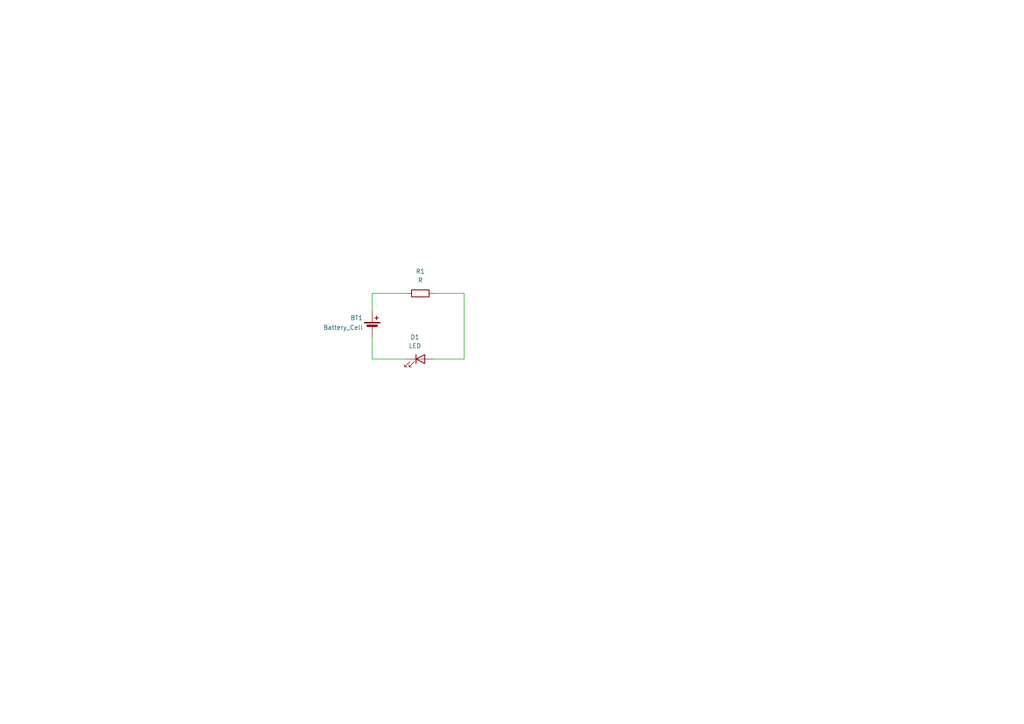
<source format=kicad_sch>
(kicad_sch (version 20231120) (generator "eeschema") (generator_version "8.0")
  (paper "A4")
  (title_block (title "Intro LED Project") (date "2024-10-08") (rev "1.0.0"))
  (lib_symbols
    (symbol "Device:Battery_Cell" (pin_numbers hide) (pin_names (offset 0) hide)
      (property "Reference" "BT" (at 2.54 2.54 0))
      (property "Value" "Battery_Cell" (at 2.54 0 0))
      (symbol "Battery_Cell_0_1"
        (rectangle (start -2.286 1.778) (end 2.286 1.524) (fill (type outline)))
        (rectangle (start -1.524 1.016) (end 1.524 0.508) (fill (type outline)))
        (polyline (pts (xy 0 0.762) (xy 0 0)))
        (polyline (pts (xy 0 1.778) (xy 0 2.54)))
        (polyline (pts (xy 0.762 3.048) (xy 1.778 3.048)) (stroke (width 0.254)))
        (polyline (pts (xy 1.27 3.556) (xy 1.27 2.54)) (stroke (width 0.254)))
      )
      (symbol "Battery_Cell_1_1"
        (pin passive line (at 0 5.08 270) (length 2.54) (name "+") (number "1"))
        (pin passive line (at 0 -2.54 90) (length 2.54) (name "-") (number "2"))
      )
    )
    (symbol "Device:LED" (pin_numbers hide) (pin_names (offset 1.016) hide)
      (property "Reference" "D" (at 0 2.54 0))
      (property "Value" "LED" (at 0 -2.54 0))
      (symbol "LED_0_1"
        (polyline (pts (xy -1.27 -1.27) (xy -1.27 1.27)) (stroke (width 0.254)))
        (polyline (pts (xy -1.27 0) (xy 1.27 0)))
        (polyline (pts (xy 1.27 -1.27) (xy 1.27 1.27) (xy -1.27 0) (xy 1.27 -1.27)) (stroke (width 0.254)))
        (polyline (pts (xy -3.048 -0.762) (xy -4.572 -2.286) (xy -3.81 -2.286) (xy -4.572 -2.286) (xy -4.572 -1.524)))
        (polyline (pts (xy -1.778 -0.762) (xy -3.302 -2.286) (xy -2.54 -2.286) (xy -3.302 -2.286) (xy -3.302 -1.524)))
      )
      (symbol "LED_1_1"
        (pin passive line (at -3.81 0 0) (length 2.54) (name "K") (number "1"))
        (pin passive line (at 3.81 0 180) (length 2.54) (name "A") (number "2"))
      )
    )
    (symbol "Device:R" (pin_numbers hide) (pin_names (offset 0))
      (property "Reference" "R" (at 2.032 0 90))
      (property "Value" "R" (at 0 0 90))
      (symbol "R_0_1"
        (rectangle (start -1.016 -2.54) (end 1.016 2.54) (stroke (width 0.254)))
      )
      (symbol "R_1_1"
        (pin passive line (at 0 3.81 270) (length 1.27) (name "~") (number "1"))
        (pin passive line (at 0 -3.81 90) (length 1.27) (name "~") (number "2"))
      )
    )
  )
  (wire (pts (xy 107.95 104.14) (xy 118.11 104.14)))
  (wire (pts (xy 134.62 85.09) (xy 125.73 85.09)))
  (wire (pts (xy 107.95 85.09) (xy 107.95 90.17)))
  (wire (pts (xy 134.62 85.09) (xy 134.62 104.14)))
  (wire (pts (xy 134.62 104.14) (xy 125.73 104.14)))
  (wire (pts (xy 107.95 97.79) (xy 107.95 104.14)))
  (wire (pts (xy 107.95 85.09) (xy 118.11 85.09)))
  (symbol (lib_id "Device:R") (at 121.92 85.09 90) (unit 1)
    (property "Reference" "R1" (at 121.92 78.74 90))
    (property "Value" "R" (at 121.92 81.28 90))
    (property "Footprint" "Resistor_SMD:R_0805_2012Metric_Pad1.20x1.40mm_HandSolder" (effects (hide yes)))
    (property "Description" "Resistor" (effects (hide yes)))
  )
  (symbol (lib_id "Device:Battery_Cell") (at 107.95 95.25 0) (unit 1)
    (property "Reference" "BT1" (at 101.6 92.202 0) (effects (justify left)))
    (property "Value" "Battery_Cell" (at 93.726 94.996 0) (effects (justify left)))
    (property "Footprint" "FS_3_Global_Footprint_Library:MS621FE-FL11E_SEC" (effects (hide yes)))
    (property "Description" "Single-cell battery" (effects (hide yes)))
  )
  (symbol (lib_id "Device:LED") (at 121.92 104.14 0) (unit 1)
    (property "Reference" "D1" (at 120.3325 97.79 0))
    (property "Value" "LED" (at 120.3325 100.33 0))
    (property "Footprint" "LED_SMD:LED_0805_2012Metric_Pad1.15x1.40mm_HandSolder" (effects (hide yes)))
    (property "Description" "Light emitting diode" (effects (hide yes)))
  )
)
</source>
